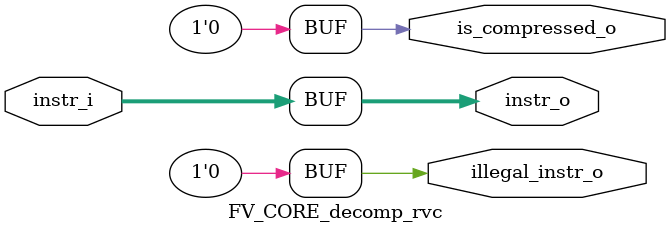
<source format=sv>

module FV_CORE_decomp_rvc
(
    input  logic [31:0] instr_i,
    output logic [31:0] instr_o,
    output logic        illegal_instr_o,
    output logic        is_compressed_o
);

   assign instr_o = instr_i;
   assign illegal_instr_o = 0;
   assign is_compressed_o = 0;

endmodule // FV_CORE_decomp_rvc

</source>
